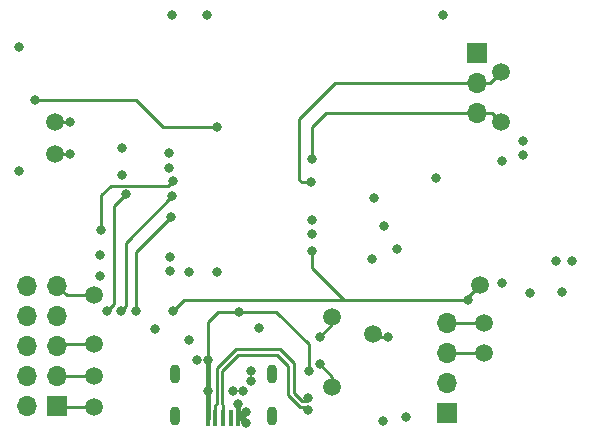
<source format=gbr>
%TF.GenerationSoftware,KiCad,Pcbnew,(5.1.10-1-10_14)*%
%TF.CreationDate,2021-07-23T11:32:30+02:00*%
%TF.ProjectId,WiredSEK,57697265-6453-4454-9b2e-6b696361645f,rev?*%
%TF.SameCoordinates,Original*%
%TF.FileFunction,Copper,L4,Bot*%
%TF.FilePolarity,Positive*%
%FSLAX46Y46*%
G04 Gerber Fmt 4.6, Leading zero omitted, Abs format (unit mm)*
G04 Created by KiCad (PCBNEW (5.1.10-1-10_14)) date 2021-07-23 11:32:30*
%MOMM*%
%LPD*%
G01*
G04 APERTURE LIST*
%TA.AperFunction,SMDPad,CuDef*%
%ADD10C,1.500000*%
%TD*%
%TA.AperFunction,SMDPad,CuDef*%
%ADD11R,0.400000X1.400000*%
%TD*%
%TA.AperFunction,ComponentPad*%
%ADD12O,0.900000X1.600000*%
%TD*%
%TA.AperFunction,ComponentPad*%
%ADD13O,1.700000X1.700000*%
%TD*%
%TA.AperFunction,ComponentPad*%
%ADD14R,1.700000X1.700000*%
%TD*%
%TA.AperFunction,ViaPad*%
%ADD15C,0.800000*%
%TD*%
%TA.AperFunction,Conductor*%
%ADD16C,0.250000*%
%TD*%
%TA.AperFunction,Conductor*%
%ADD17C,0.261112*%
%TD*%
%TA.AperFunction,Conductor*%
%ADD18C,0.400000*%
%TD*%
G04 APERTURE END LIST*
D10*
%TO.P,TP7,1*%
%TO.N,LED_STATUS*%
X100100000Y-70000000D03*
%TD*%
D11*
%TO.P,J2,5*%
%TO.N,GND*%
X88750000Y-77050000D03*
%TO.P,J2,4*%
%TO.N,Net-(J2-Pad4)*%
X88100000Y-77050000D03*
%TO.P,J2,3*%
%TO.N,USB_CONN_D+*%
X87450000Y-77050000D03*
%TO.P,J2,2*%
%TO.N,USB_CONN_D-*%
X86800000Y-77050000D03*
%TO.P,J2,1*%
%TO.N,VBUS*%
X86150000Y-77050000D03*
D12*
%TO.P,J2,*%
%TO.N,*%
X91550000Y-73400000D03*
X83350000Y-73400000D03*
X83350000Y-76950000D03*
X91550000Y-76950000D03*
%TD*%
D13*
%TO.P,J4,3*%
%TO.N,TX*%
X108950000Y-51280000D03*
%TO.P,J4,2*%
%TO.N,RX*%
X108950000Y-48740000D03*
D14*
%TO.P,J4,1*%
%TO.N,GND*%
X108950000Y-46200000D03*
%TD*%
D10*
%TO.P,TP15,1*%
%TO.N,D-*%
X96700000Y-74500000D03*
%TD*%
%TO.P,TP14,1*%
%TO.N,D+*%
X96700000Y-68550000D03*
%TD*%
%TO.P,TP13,1*%
%TO.N,RX*%
X110950000Y-47800000D03*
%TD*%
%TO.P,TP12,1*%
%TO.N,TX*%
X111000000Y-52050000D03*
%TD*%
%TO.P,TP11,1*%
%TO.N,TDI*%
X76550000Y-66700000D03*
%TD*%
%TO.P,TP10,1*%
%TO.N,TDO*%
X76550000Y-73500000D03*
%TD*%
%TO.P,TP9,1*%
%TO.N,TMS*%
X76550000Y-70850000D03*
%TD*%
%TO.P,TP8,1*%
%TO.N,TCK*%
X76550000Y-76150000D03*
%TD*%
%TO.P,TP5,1*%
%TO.N,T1*%
X109550000Y-71600000D03*
%TD*%
%TO.P,TP4,1*%
%TO.N,T0*%
X109550000Y-69050000D03*
%TD*%
%TO.P,TP3,1*%
%TO.N,RESET*%
X109200000Y-65800000D03*
%TD*%
%TO.P,TP2,1*%
%TO.N,GND*%
X73200000Y-54700000D03*
%TD*%
%TO.P,TP1,1*%
%TO.N,+5V*%
X73200000Y-52000000D03*
%TD*%
D13*
%TO.P,J5,4*%
%TO.N,T0*%
X106400000Y-69080000D03*
%TO.P,J5,3*%
%TO.N,T1*%
X106400000Y-71620000D03*
%TO.P,J5,2*%
%TO.N,T2*%
X106400000Y-74160000D03*
D14*
%TO.P,J5,1*%
%TO.N,GND*%
X106400000Y-76700000D03*
%TD*%
D13*
%TO.P,J3,10*%
%TO.N,GND*%
X70860000Y-65890000D03*
%TO.P,J3,9*%
%TO.N,TDI*%
X73400000Y-65890000D03*
%TO.P,J3,8*%
%TO.N,Net-(J3-Pad8)*%
X70860000Y-68430000D03*
%TO.P,J3,7*%
%TO.N,+5V*%
X73400000Y-68430000D03*
%TO.P,J3,6*%
%TO.N,Net-(J3-Pad6)*%
X70860000Y-70970000D03*
%TO.P,J3,5*%
%TO.N,TMS*%
X73400000Y-70970000D03*
%TO.P,J3,4*%
%TO.N,+5V*%
X70860000Y-73510000D03*
%TO.P,J3,3*%
%TO.N,TDO*%
X73400000Y-73510000D03*
%TO.P,J3,2*%
%TO.N,GND*%
X70860000Y-76050000D03*
D14*
%TO.P,J3,1*%
%TO.N,TCK*%
X73400000Y-76050000D03*
%TD*%
D15*
%TO.N,RESET*%
X94950000Y-62950000D03*
X108150000Y-67100000D03*
X83200000Y-68050000D03*
%TO.N,+5V*%
X94950000Y-61550000D03*
X82950000Y-64650000D03*
X82850000Y-54660000D03*
X84550000Y-64750000D03*
X70150000Y-45700000D03*
X77000000Y-65050000D03*
X84550000Y-70500000D03*
X100050000Y-63650000D03*
X111100000Y-55300000D03*
X115600000Y-63800000D03*
X116950000Y-63800000D03*
X78850000Y-54200000D03*
X86100000Y-42950000D03*
X113400000Y-66550000D03*
X74500000Y-52000000D03*
X88250000Y-74800000D03*
X89100000Y-74800000D03*
X89850000Y-73100000D03*
X89850000Y-73950000D03*
%TO.N,LED_STATUS*%
X101400000Y-70200000D03*
%TO.N,USB_CONN_D+*%
X94650000Y-76401600D03*
%TO.N,USB_CONN_D-*%
X94650000Y-75398400D03*
%TO.N,TDI*%
X77100000Y-61200000D03*
X83200000Y-57000000D03*
%TO.N,TMS*%
X77650000Y-68000000D03*
X79200000Y-58150000D03*
%TO.N,TDO*%
X78800000Y-68000000D03*
X83150000Y-58300000D03*
%TO.N,TCK*%
X80050000Y-68000000D03*
X83000000Y-60050000D03*
%TO.N,TX*%
X95000000Y-55200000D03*
%TO.N,RX*%
X94900000Y-57150000D03*
%TO.N,HWB*%
X86950000Y-52450000D03*
X71550000Y-50150000D03*
%TO.N,GND*%
X102150000Y-62750000D03*
X105450000Y-56750000D03*
X94950000Y-60350000D03*
X82950000Y-63450000D03*
X82850000Y-55950000D03*
X86950000Y-64750000D03*
X81650000Y-69550000D03*
X83100000Y-42950000D03*
X106100000Y-42950000D03*
X77000000Y-63300000D03*
X78900000Y-56500000D03*
X100200000Y-58450000D03*
X101050000Y-60850000D03*
X112850000Y-53650000D03*
X112800000Y-54850000D03*
X111100000Y-65700000D03*
X70200000Y-56200000D03*
X116150000Y-66450000D03*
X74450000Y-54700000D03*
X102950000Y-77000000D03*
X90500000Y-69500000D03*
X88750000Y-75900000D03*
X101000000Y-77350000D03*
X89400000Y-76600000D03*
X89400000Y-77500000D03*
%TO.N,VBUS*%
X88800000Y-68100000D03*
X94700000Y-73150000D03*
X86150000Y-74800000D03*
X86150000Y-72200000D03*
X85250000Y-72200000D03*
%TO.N,D+*%
X95650000Y-70200000D03*
%TO.N,D-*%
X95650000Y-72550000D03*
%TD*%
D16*
%TO.N,RESET*%
X94950000Y-62950000D02*
X94950000Y-64400000D01*
X97650000Y-67100000D02*
X108150000Y-67100000D01*
X94950000Y-64400000D02*
X97650000Y-67100000D01*
X108150000Y-66850000D02*
X109200000Y-65800000D01*
X108150000Y-67100000D02*
X108150000Y-66850000D01*
X84150000Y-67100000D02*
X97650000Y-67100000D01*
X83200000Y-68050000D02*
X84150000Y-67100000D01*
%TO.N,+5V*%
X74500000Y-52000000D02*
X73200000Y-52000000D01*
%TO.N,LED_STATUS*%
X100300000Y-70200000D02*
X100100000Y-70000000D01*
X101400000Y-70200000D02*
X100300000Y-70200000D01*
D17*
%TO.N,USB_CONN_D+*%
X94380556Y-76132156D02*
X93953836Y-76132156D01*
X94650000Y-76401600D02*
X94380556Y-76132156D01*
X93953836Y-76132156D02*
X92967844Y-75146164D01*
X92967844Y-75146164D02*
X92967844Y-72646164D01*
X92967844Y-72646164D02*
X92053836Y-71732156D01*
X92053836Y-71732156D02*
X88696164Y-71732156D01*
X87357156Y-75907155D02*
X87450000Y-75999999D01*
X87357156Y-73071164D02*
X87357156Y-75907155D01*
X87450000Y-75999999D02*
X87450000Y-77050000D01*
X88696164Y-71732156D02*
X87357156Y-73071164D01*
%TO.N,USB_CONN_D-*%
X94380556Y-75667844D02*
X94146164Y-75667844D01*
X94650000Y-75398400D02*
X94380556Y-75667844D01*
X94146164Y-75667844D02*
X93432156Y-74953836D01*
X93432156Y-74953836D02*
X93432156Y-72453836D01*
X93432156Y-72453836D02*
X92246164Y-71267844D01*
X92246164Y-71267844D02*
X88503836Y-71267844D01*
X86892844Y-75907155D02*
X86800000Y-75999999D01*
X86892844Y-72878836D02*
X86892844Y-75907155D01*
X88503836Y-71267844D02*
X86892844Y-72878836D01*
X86800000Y-75999999D02*
X86800000Y-77050000D01*
D16*
%TO.N,TDI*%
X77100000Y-61200000D02*
X77100000Y-58250000D01*
X82775001Y-57424999D02*
X83200000Y-57000000D01*
X77925001Y-57424999D02*
X82775001Y-57424999D01*
X77100000Y-58250000D02*
X77925001Y-57424999D01*
X74210000Y-66700000D02*
X73400000Y-65890000D01*
X76550000Y-66700000D02*
X74210000Y-66700000D01*
%TO.N,TMS*%
X73520000Y-70850000D02*
X73400000Y-70970000D01*
X76550000Y-70850000D02*
X73520000Y-70850000D01*
X77650000Y-68000000D02*
X78250000Y-67400000D01*
X78250000Y-59100000D02*
X79200000Y-58150000D01*
X78250000Y-67400000D02*
X78250000Y-59100000D01*
%TO.N,TDO*%
X73410000Y-73500000D02*
X73400000Y-73510000D01*
X76550000Y-73500000D02*
X73410000Y-73500000D01*
X78800000Y-68000000D02*
X79200000Y-67600000D01*
X79200000Y-62250000D02*
X83150000Y-58300000D01*
X79200000Y-67600000D02*
X79200000Y-62250000D01*
%TO.N,TCK*%
X73500000Y-76150000D02*
X73400000Y-76050000D01*
X76550000Y-76150000D02*
X73500000Y-76150000D01*
X80050000Y-63000000D02*
X83000000Y-60050000D01*
X80050000Y-68000000D02*
X80050000Y-63000000D01*
%TO.N,TX*%
X96170000Y-51280000D02*
X108950000Y-51280000D01*
X95000000Y-52450000D02*
X96170000Y-51280000D01*
X95000000Y-55200000D02*
X95000000Y-52450000D01*
X110230000Y-51280000D02*
X111000000Y-52050000D01*
X108950000Y-51280000D02*
X110230000Y-51280000D01*
%TO.N,RX*%
X96960000Y-48740000D02*
X108950000Y-48740000D01*
X93900000Y-51800000D02*
X96960000Y-48740000D01*
X93900000Y-56950000D02*
X93900000Y-51800000D01*
X94100000Y-57150000D02*
X93900000Y-56950000D01*
X94900000Y-57150000D02*
X94100000Y-57150000D01*
X110010000Y-48740000D02*
X110950000Y-47800000D01*
X108950000Y-48740000D02*
X110010000Y-48740000D01*
%TO.N,T1*%
X106420000Y-71600000D02*
X106400000Y-71620000D01*
X109550000Y-71600000D02*
X106420000Y-71600000D01*
%TO.N,T0*%
X106430000Y-69050000D02*
X106400000Y-69080000D01*
X109550000Y-69050000D02*
X106430000Y-69050000D01*
%TO.N,HWB*%
X80100000Y-50150000D02*
X71550000Y-50150000D01*
X82400000Y-52450000D02*
X80100000Y-50150000D01*
X86950000Y-52450000D02*
X82400000Y-52450000D01*
%TO.N,GND*%
X73200000Y-54700000D02*
X74450000Y-54700000D01*
D18*
X88950000Y-77050000D02*
X89400000Y-77500000D01*
X88950000Y-77050000D02*
X89400000Y-76600000D01*
X88750000Y-77050000D02*
X88950000Y-77050000D01*
X88750000Y-77050000D02*
X88750000Y-75900000D01*
X89200000Y-76600000D02*
X88750000Y-77050000D01*
X89400000Y-76600000D02*
X89200000Y-76600000D01*
D16*
%TO.N,VBUS*%
X87050000Y-68100000D02*
X88800000Y-68100000D01*
X86150000Y-69000000D02*
X87050000Y-68100000D01*
D18*
X86150000Y-77050000D02*
X86150000Y-74800000D01*
X86150000Y-74800000D02*
X86150000Y-72200000D01*
D16*
X86150000Y-69000000D02*
X86150000Y-72200000D01*
X94700000Y-70850000D02*
X94700000Y-73150000D01*
X91950000Y-68100000D02*
X94700000Y-70850000D01*
X88800000Y-68100000D02*
X91950000Y-68100000D01*
%TO.N,D+*%
X96700000Y-69150000D02*
X95650000Y-70200000D01*
X96700000Y-68550000D02*
X96700000Y-69150000D01*
%TO.N,D-*%
X96700000Y-73600000D02*
X95650000Y-72550000D01*
X96700000Y-74500000D02*
X96700000Y-73600000D01*
%TD*%
M02*

</source>
